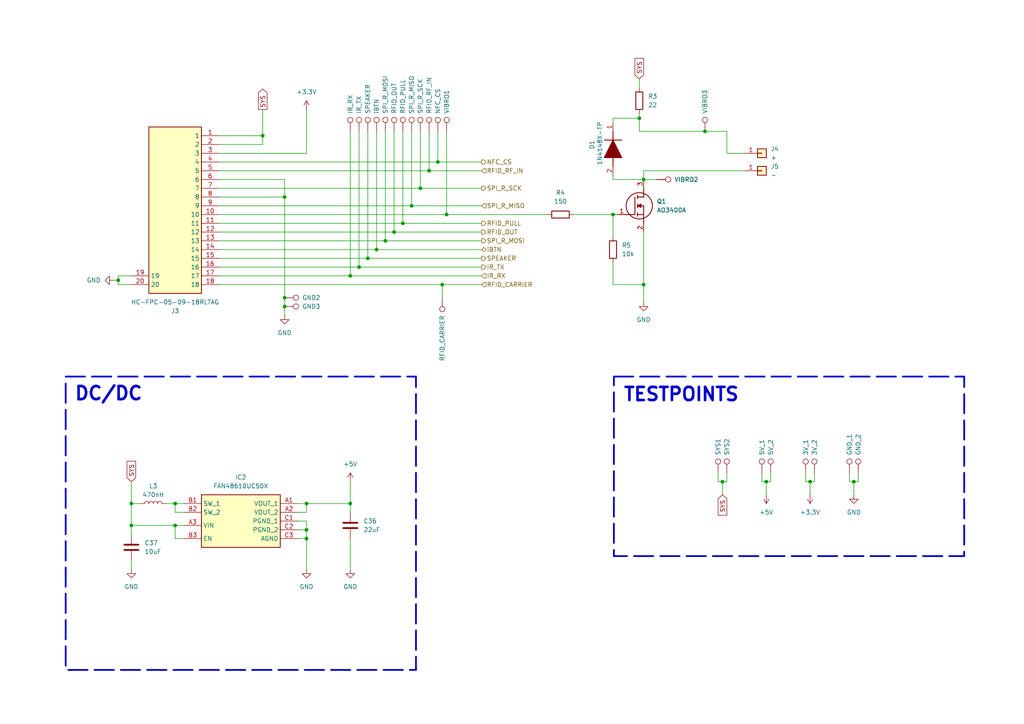
<source format=kicad_sch>
(kicad_sch (version 20231120) (generator "eeschema") (generator_version "8.0")
  (paper "A4")
  (lib_symbols
    (symbol "Connector:TestPoint" (pin_numbers hide) (pin_names (offset 0.762) hide)
      (property "Reference" "TP" (at 0 6.858 0))
      (property "Value" "TestPoint" (at 0 5.08 0))
      (symbol "TestPoint_0_1"
        (circle (center 0 3.302) (radius 0.762))
      )
      (symbol "TestPoint_1_1"
        (pin passive line (at 0 0 90) (length 2.54) (name "1") (number "1"))
      )
    )
    (symbol "Connector_Generic:Conn_01x01" (pin_names (offset 1.016) hide)
      (property "Reference" "J" (at 0 2.54 0))
      (property "Value" "Conn_01x01" (at 0 -2.54 0))
      (symbol "Conn_01x01_1_1"
        (rectangle (start -1.27 0.127) (end 0 -0.127) (stroke (width 0.1524)))
        (rectangle (start -1.27 1.27) (end 1.27 -1.27) (stroke (width 0.254)) (fill (type background)))
        (pin passive line (at -5.08 0 0) (length 3.81) (name "Pin_1") (number "1"))
      )
    )
    (symbol "Device:C" (pin_numbers hide) (pin_names (offset 0.254))
      (property "Reference" "C" (at 0.635 2.54 0))
      (property "Value" "C" (at 0.635 -2.54 0))
      (symbol "C_0_1"
        (polyline (pts (xy -2.032 -0.762) (xy 2.032 -0.762)) (stroke (width 0.508)))
        (polyline (pts (xy -2.032 0.762) (xy 2.032 0.762)) (stroke (width 0.508)))
      )
      (symbol "C_1_1"
        (pin passive line (at 0 3.81 270) (length 2.794) (name "~") (number "1"))
        (pin passive line (at 0 -3.81 90) (length 2.794) (name "~") (number "2"))
      )
    )
    (symbol "Device:L" (pin_numbers hide) (pin_names (offset 1.016) hide)
      (property "Reference" "L" (at -1.27 0 90))
      (property "Value" "L" (at 1.905 0 90))
      (symbol "L_0_1"
        (arc (start 0 -2.54) (mid 0.6323 -1.905) (end 0 -1.27))
        (arc (start 0 -1.27) (mid 0.6323 -0.635) (end 0 0))
        (arc (start 0 0) (mid 0.6323 0.635) (end 0 1.27))
        (arc (start 0 1.27) (mid 0.6323 1.905) (end 0 2.54))
      )
      (symbol "L_1_1"
        (pin passive line (at 0 3.81 270) (length 1.27) (name "1") (number "1"))
        (pin passive line (at 0 -3.81 90) (length 1.27) (name "2") (number "2"))
      )
    )
    (symbol "Device:R" (pin_numbers hide) (pin_names (offset 0))
      (property "Reference" "R" (at 2.032 0 90))
      (property "Value" "R" (at 0 0 90))
      (symbol "R_0_1"
        (rectangle (start -1.016 -2.54) (end 1.016 2.54) (stroke (width 0.254)))
      )
      (symbol "R_1_1"
        (pin passive line (at 0 3.81 270) (length 1.27) (name "~") (number "1"))
        (pin passive line (at 0 -3.81 90) (length 1.27) (name "~") (number "2"))
      )
    )
    (symbol "SamacSys_Parts:1N4148X-TP" (pin_names hide)
      (property "Reference" "D" (at 11.43 5.08 0))
      (property "Value" "1N4148X-TP" (at 11.43 2.54 0))
      (symbol "1N4148X-TP_1_1"
        (polyline (pts (xy 2.54 0) (xy 5.08 0)) (stroke (width 0.254)))
        (polyline (pts (xy 5.08 2.54) (xy 5.08 -2.54)) (stroke (width 0.254)))
        (polyline (pts (xy 10.16 0) (xy 12.7 0)) (stroke (width 0.254)))
        (polyline (pts (xy 5.08 0) (xy 10.16 2.54) (xy 10.16 -2.54) (xy 5.08 0)) (stroke (width 0.254)) (fill (type outline)))
        (pin passive line (at 0 0 0) (length 2.54) (name "K") (number "1"))
        (pin passive line (at 15.24 0 180) (length 2.54) (name "A") (number "2"))
      )
    )
    (symbol "SamacSys_Parts:AO3400A" (pin_names hide)
      (property "Reference" "Q" (at 11.43 3.81 0))
      (property "Value" "AO3400A" (at 11.43 1.27 0))
      (symbol "AO3400A_1_1"
        (polyline (pts (xy 2.54 0) (xy 5.08 0)) (stroke (width 0.254)))
        (polyline (pts (xy 5.08 5.08) (xy 5.08 0)) (stroke (width 0.254)))
        (polyline (pts (xy 5.842 -0.508) (xy 5.842 0.508)) (stroke (width 0.254)))
        (polyline (pts (xy 5.842 0) (xy 7.62 0)) (stroke (width 0.254)))
        (polyline (pts (xy 5.842 2.032) (xy 5.842 3.048)) (stroke (width 0.254)))
        (polyline (pts (xy 5.842 5.588) (xy 5.842 4.572)) (stroke (width 0.254)))
        (polyline (pts (xy 7.62 2.54) (xy 5.842 2.54)) (stroke (width 0.254)))
        (polyline (pts (xy 7.62 2.54) (xy 7.62 -2.54)) (stroke (width 0.254)))
        (polyline (pts (xy 7.62 5.08) (xy 5.842 5.08)) (stroke (width 0.254)))
        (polyline (pts (xy 7.62 5.08) (xy 7.62 7.62)) (stroke (width 0.254)))
        (polyline (pts (xy 5.842 2.54) (xy 6.858 3.048) (xy 6.858 2.032) (xy 5.842 2.54)) (stroke (width 0.254)) (fill (type outline)))
        (circle (center 6.35 2.54) (radius 3.81) (stroke (width 0.254)))
        (pin passive line (at 0 0 0) (length 2.54) (name "G") (number "1"))
        (pin passive line (at 7.62 -5.08 90) (length 2.54) (name "S") (number "2"))
        (pin passive line (at 7.62 10.16 270) (length 2.54) (name "D") (number "3"))
      )
    )
    (symbol "SamacSys_Parts:FAN48610BUC50X"
      (property "Reference" "IC2" (at 16.51 7.62 0))
      (property "Value" "FAN48610BUC50X" (at 16.51 5.08 0))
      (symbol "FAN48610BUC50X_1_1"
        (rectangle (start 5.08 -12.7) (end 27.94 2.54) (stroke (width 0.254)) (fill (type background)))
        (pin passive line (at 33.02 0 180) (length 5.08) (name "VOUT_1") (number "A1"))
        (pin passive line (at 33.02 -2.54 180) (length 5.08) (name "VOUT_2") (number "A2"))
        (pin passive line (at 0 -6.35 0) (length 5.08) (name "VIN") (number "A3"))
        (pin passive line (at 0 0 0) (length 5.08) (name "SW_1") (number "B1"))
        (pin passive line (at 0 -2.54 0) (length 5.08) (name "SW_2") (number "B2"))
        (pin passive line (at 0 -10.16 0) (length 5.08) (name "EN") (number "B3"))
        (pin passive line (at 33.02 -5.08 180) (length 5.08) (name "PGND_1") (number "C1"))
        (pin passive line (at 33.02 -7.62 180) (length 5.08) (name "PGND_2") (number "C2"))
        (pin passive line (at 33.02 -10.16 180) (length 5.08) (name "AGND") (number "C3"))
      )
    )
    (symbol "SamacSys_Parts:FH34SRJ-18S-0.5SH_50_"
      (property "Reference" "J3" (at 12.7 7.62 0))
      (property "Value" "HC-FPC-05-09-18RLTAG" (at 12.7 5.08 0))
      (symbol "FH34SRJ-18S-0.5SH_50__1_1"
        (rectangle (start 5.08 2.54) (end 20.32 -45.72) (stroke (width 0.254)) (fill (type background)))
        (pin passive line (at 25.4 -43.18 180) (length 5.08) (name "1") (number "1"))
        (pin passive line (at 25.4 -20.32 180) (length 5.08) (name "10") (number "10"))
        (pin passive line (at 25.4 -17.78 180) (length 5.08) (name "11") (number "11"))
        (pin passive line (at 25.4 -15.24 180) (length 5.08) (name "12") (number "12"))
        (pin passive line (at 25.4 -12.7 180) (length 5.08) (name "13") (number "13"))
        (pin passive line (at 25.4 -10.16 180) (length 5.08) (name "14") (number "14"))
        (pin passive line (at 25.4 -7.62 180) (length 5.08) (name "15") (number "15"))
        (pin passive line (at 25.4 -5.08 180) (length 5.08) (name "16") (number "16"))
        (pin passive line (at 25.4 -2.54 180) (length 5.08) (name "17") (number "17"))
        (pin passive line (at 25.4 0 180) (length 5.08) (name "18") (number "18"))
        (pin passive line (at 0 -2.54 0) (length 5.08) (name "19") (number "19"))
        (pin passive line (at 25.4 -40.64 180) (length 5.08) (name "2") (number "2"))
        (pin passive line (at 0 0 0) (length 5.08) (name "20") (number "20"))
        (pin passive line (at 25.4 -38.1 180) (length 5.08) (name "3") (number "3"))
        (pin passive line (at 25.4 -35.56 180) (length 5.08) (name "4") (number "4"))
        (pin passive line (at 25.4 -33.02 180) (length 5.08) (name "5") (number "5"))
        (pin passive line (at 25.4 -30.48 180) (length 5.08) (name "6") (number "6"))
        (pin passive line (at 25.4 -27.94 180) (length 5.08) (name "7") (number "7"))
        (pin passive line (at 25.4 -25.4 180) (length 5.08) (name "8") (number "8"))
        (pin passive line (at 25.4 -22.86 180) (length 5.08) (name "9") (number "9"))
      )
    )
    (symbol "power:+3.3V" (power) (pin_numbers hide) (pin_names (offset 0) hide)
      (property "Value" "+3.3V" (at 0 3.556 0))
      (symbol "+3.3V_0_1"
        (polyline (pts (xy -0.762 1.27) (xy 0 2.54)))
        (polyline (pts (xy 0 0) (xy 0 2.54)))
        (polyline (pts (xy 0 2.54) (xy 0.762 1.27)))
      )
      (symbol "+3.3V_1_1"
        (pin power_in line (at 0 0 90) (length 0) (name "~") (number "1"))
      )
    )
    (symbol "power:+5V" (power) (pin_numbers hide) (pin_names (offset 0) hide)
      (property "Value" "+5V" (at 0 3.556 0))
      (symbol "+5V_0_1"
        (polyline (pts (xy -0.762 1.27) (xy 0 2.54)))
        (polyline (pts (xy 0 0) (xy 0 2.54)))
        (polyline (pts (xy 0 2.54) (xy 0.762 1.27)))
      )
      (symbol "+5V_1_1"
        (pin power_in line (at 0 0 90) (length 0) (name "~") (number "1"))
      )
    )
    (symbol "power:GND" (power) (pin_numbers hide) (pin_names (offset 0) hide)
      (property "Value" "GND" (at 0 -3.81 0))
      (symbol "GND_0_1"
        (polyline (pts (xy 0 0) (xy 0 -1.27) (xy 1.27 -1.27) (xy 0 -2.54) (xy -1.27 -1.27) (xy 0 -1.27)))
      )
      (symbol "GND_1_1"
        (pin power_in line (at 0 0 270) (length 0) (name "~") (number "1"))
      )
    )
  )
  (junction (at 101.6 146.05))
  (junction (at 50.8 146.05))
  (junction (at 204.47 38.1))
  (junction (at 82.55 88.9))
  (junction (at 116.84 64.77))
  (junction (at 76.2 39.37))
  (junction (at 88.9 146.05))
  (junction (at 121.92 54.61))
  (junction (at 124.46 49.53))
  (junction (at 177.8 62.23))
  (junction (at 127 46.99))
  (junction (at 101.6 80.01))
  (junction (at 50.8 152.4))
  (junction (at 129.54 62.23))
  (junction (at 82.55 86.36))
  (junction (at 82.55 57.15))
  (junction (at 186.69 82.55))
  (junction (at 234.95 139.7))
  (junction (at 186.69 52.07))
  (junction (at 185.42 34.29))
  (junction (at 128.27 82.55))
  (junction (at 114.3 67.31))
  (junction (at 209.55 139.7))
  (junction (at 88.9 153.67))
  (junction (at 34.29 81.28))
  (junction (at 119.38 59.69))
  (junction (at 88.9 156.21))
  (junction (at 111.76 69.85))
  (junction (at 106.68 74.93))
  (junction (at 104.14 77.47))
  (junction (at 247.65 139.7))
  (junction (at 38.1 152.4))
  (junction (at 222.25 139.7))
  (junction (at 38.1 146.05))
  (junction (at 109.22 72.39))
  (wire (pts (xy 88.9 165.1) (xy 88.9 156.21)))
  (wire (pts (xy 106.68 38.1) (xy 106.68 74.93)))
  (wire (pts (xy 88.9 148.59) (xy 88.9 146.05)))
  (wire (pts (xy 63.5 77.47) (xy 104.14 77.47)))
  (wire (pts (xy 101.6 139.7) (xy 101.6 146.05)))
  (wire (pts (xy 63.5 39.37) (xy 76.2 39.37)))
  (wire (pts (xy 210.82 44.45) (xy 215.9 44.45)))
  (wire (pts (xy 88.9 44.45) (xy 88.9 31.75)))
  (wire (pts (xy 101.6 146.05) (xy 101.6 148.59)))
  (wire (pts (xy 63.5 52.07) (xy 82.55 52.07)))
  (wire (pts (xy 248.92 139.7) (xy 247.65 139.7)))
  (wire (pts (xy 101.6 38.1) (xy 101.6 80.01)))
  (wire (pts (xy 248.92 137.16) (xy 248.92 139.7)))
  (wire (pts (xy 116.84 38.1) (xy 116.84 64.77)))
  (wire (pts (xy 233.68 139.7) (xy 234.95 139.7)))
  (wire (pts (xy 88.9 153.67) (xy 88.9 156.21)))
  (wire (pts (xy 50.8 146.05) (xy 53.34 146.05)))
  (wire (pts (xy 233.68 137.16) (xy 233.68 139.7)))
  (wire (pts (xy 63.5 74.93) (xy 106.68 74.93)))
  (wire (pts (xy 220.98 139.7) (xy 222.25 139.7)))
  (wire (pts (xy 247.65 139.7) (xy 247.65 143.51)))
  (wire (pts (xy 185.42 22.86) (xy 185.42 25.4)))
  (wire (pts (xy 63.5 62.23) (xy 129.54 62.23)))
  (wire (pts (xy 246.38 139.7) (xy 247.65 139.7)))
  (wire (pts (xy 114.3 67.31) (xy 139.7 67.31)))
  (wire (pts (xy 114.3 38.1) (xy 114.3 67.31)))
  (wire (pts (xy 177.8 50.8) (xy 177.8 52.07)))
  (wire (pts (xy 50.8 152.4) (xy 53.34 152.4)))
  (wire (pts (xy 222.25 139.7) (xy 222.25 143.51)))
  (wire (pts (xy 124.46 49.53) (xy 139.7 49.53)))
  (wire (pts (xy 129.54 38.1) (xy 129.54 62.23)))
  (wire (pts (xy 220.98 137.16) (xy 220.98 139.7)))
  (wire (pts (xy 236.22 137.16) (xy 236.22 139.7)))
  (wire (pts (xy 119.38 38.1) (xy 119.38 59.69)))
  (wire (pts (xy 236.22 139.7) (xy 234.95 139.7)))
  (wire (pts (xy 186.69 49.53) (xy 186.69 52.07)))
  (wire (pts (xy 63.5 69.85) (xy 111.76 69.85)))
  (wire (pts (xy 177.8 76.2) (xy 177.8 82.55)))
  (wire (pts (xy 63.5 54.61) (xy 121.92 54.61)))
  (wire (pts (xy 177.8 82.55) (xy 186.69 82.55)))
  (wire (pts (xy 210.82 139.7) (xy 209.55 139.7)))
  (wire (pts (xy 177.8 62.23) (xy 179.07 62.23)))
  (wire (pts (xy 88.9 156.21) (xy 86.36 156.21)))
  (wire (pts (xy 86.36 148.59) (xy 88.9 148.59)))
  (wire (pts (xy 119.38 59.69) (xy 139.7 59.69)))
  (wire (pts (xy 106.68 74.93) (xy 139.7 74.93)))
  (wire (pts (xy 109.22 38.1) (xy 109.22 72.39)))
  (wire (pts (xy 208.28 137.16) (xy 208.28 139.7)))
  (wire (pts (xy 63.5 49.53) (xy 124.46 49.53)))
  (wire (pts (xy 128.27 82.55) (xy 139.7 82.55)))
  (wire (pts (xy 33.02 81.28) (xy 34.29 81.28)))
  (wire (pts (xy 38.1 139.7) (xy 38.1 146.05)))
  (wire (pts (xy 82.55 88.9) (xy 82.55 91.44)))
  (wire (pts (xy 128.27 82.55) (xy 128.27 86.36)))
  (wire (pts (xy 186.69 82.55) (xy 186.69 87.63)))
  (wire (pts (xy 82.55 52.07) (xy 82.55 57.15)))
  (wire (pts (xy 204.47 38.1) (xy 210.82 38.1)))
  (wire (pts (xy 116.84 64.77) (xy 139.7 64.77)))
  (wire (pts (xy 186.69 67.31) (xy 186.69 82.55)))
  (wire (pts (xy 82.55 57.15) (xy 82.55 86.36)))
  (wire (pts (xy 38.1 146.05) (xy 38.1 152.4)))
  (wire (pts (xy 215.9 49.53) (xy 186.69 49.53)))
  (wire (pts (xy 38.1 152.4) (xy 50.8 152.4)))
  (wire (pts (xy 88.9 151.13) (xy 88.9 153.67)))
  (wire (pts (xy 185.42 34.29) (xy 185.42 33.02)))
  (wire (pts (xy 63.5 64.77) (xy 116.84 64.77)))
  (wire (pts (xy 209.55 139.7) (xy 209.55 143.51)))
  (wire (pts (xy 177.8 52.07) (xy 186.69 52.07)))
  (wire (pts (xy 177.8 35.56) (xy 177.8 34.29)))
  (wire (pts (xy 53.34 156.21) (xy 50.8 156.21)))
  (wire (pts (xy 104.14 38.1) (xy 104.14 77.47)))
  (wire (pts (xy 127 38.1) (xy 127 46.99)))
  (wire (pts (xy 190.5 52.07) (xy 186.69 52.07)))
  (wire (pts (xy 34.29 80.01) (xy 38.1 80.01)))
  (wire (pts (xy 86.36 151.13) (xy 88.9 151.13)))
  (wire (pts (xy 76.2 41.91) (xy 76.2 39.37)))
  (wire (pts (xy 210.82 38.1) (xy 210.82 44.45)))
  (wire (pts (xy 111.76 69.85) (xy 139.7 69.85)))
  (wire (pts (xy 208.28 139.7) (xy 209.55 139.7)))
  (wire (pts (xy 223.52 139.7) (xy 222.25 139.7)))
  (wire (pts (xy 63.5 82.55) (xy 128.27 82.55)))
  (wire (pts (xy 88.9 146.05) (xy 101.6 146.05)))
  (wire (pts (xy 124.46 38.1) (xy 124.46 49.53)))
  (wire (pts (xy 63.5 44.45) (xy 88.9 44.45)))
  (wire (pts (xy 53.34 148.59) (xy 50.8 148.59)))
  (wire (pts (xy 109.22 72.39) (xy 139.7 72.39)))
  (wire (pts (xy 166.37 62.23) (xy 177.8 62.23)))
  (wire (pts (xy 38.1 82.55) (xy 34.29 82.55)))
  (wire (pts (xy 63.5 72.39) (xy 109.22 72.39)))
  (wire (pts (xy 129.54 62.23) (xy 158.75 62.23)))
  (wire (pts (xy 127 46.99) (xy 139.7 46.99)))
  (wire (pts (xy 210.82 137.16) (xy 210.82 139.7)))
  (wire (pts (xy 50.8 156.21) (xy 50.8 152.4)))
  (wire (pts (xy 63.5 59.69) (xy 119.38 59.69)))
  (wire (pts (xy 63.5 80.01) (xy 101.6 80.01)))
  (wire (pts (xy 86.36 153.67) (xy 88.9 153.67)))
  (wire (pts (xy 50.8 148.59) (xy 50.8 146.05)))
  (wire (pts (xy 101.6 80.01) (xy 139.7 80.01)))
  (wire (pts (xy 121.92 38.1) (xy 121.92 54.61)))
  (wire (pts (xy 101.6 156.21) (xy 101.6 165.1)))
  (wire (pts (xy 177.8 34.29) (xy 185.42 34.29)))
  (wire (pts (xy 76.2 39.37) (xy 76.2 31.75)))
  (wire (pts (xy 63.5 57.15) (xy 82.55 57.15)))
  (wire (pts (xy 34.29 81.28) (xy 34.29 82.55)))
  (wire (pts (xy 223.52 137.16) (xy 223.52 139.7)))
  (wire (pts (xy 104.14 77.47) (xy 139.7 77.47)))
  (wire (pts (xy 111.76 38.1) (xy 111.76 69.85)))
  (wire (pts (xy 38.1 152.4) (xy 38.1 154.94)))
  (wire (pts (xy 38.1 162.56) (xy 38.1 165.1)))
  (wire (pts (xy 34.29 80.01) (xy 34.29 81.28)))
  (wire (pts (xy 48.26 146.05) (xy 50.8 146.05)))
  (wire (pts (xy 185.42 38.1) (xy 204.47 38.1)))
  (wire (pts (xy 63.5 41.91) (xy 76.2 41.91)))
  (wire (pts (xy 177.8 62.23) (xy 177.8 68.58)))
  (wire (pts (xy 234.95 139.7) (xy 234.95 143.51)))
  (wire (pts (xy 246.38 137.16) (xy 246.38 139.7)))
  (wire (pts (xy 63.5 67.31) (xy 114.3 67.31)))
  (wire (pts (xy 38.1 146.05) (xy 40.64 146.05)))
  (wire (pts (xy 86.36 146.05) (xy 88.9 146.05)))
  (wire (pts (xy 63.5 46.99) (xy 127 46.99)))
  (wire (pts (xy 185.42 34.29) (xy 185.42 38.1)))
  (wire (pts (xy 121.92 54.61) (xy 139.7 54.61)))
  (wire (pts (xy 82.55 86.36) (xy 82.55 88.9)))
  (rectangle (start 178.054 109.22) (end 279.654 161.29) (stroke (width 0.508) (type dash)))
  (rectangle (start 19.05 109.22) (end 120.65 194.31) (stroke (width 0.508) (type dash)))
  (text "DC/DC" (at 31.496 114.3 0) (effects (font (size 3.81 3.81) (thickness 0.762) (bold yes))))
  (text "TESTPOINTS\n" (at 197.612 114.554 0) (effects (font (size 3.81 3.81) (thickness 0.762) (bold yes))))
  (global_label "SYS" (shape input) (at 209.55 143.51 270) (property "Intersheetrefs" "${INTERSHEET_REFS}" (effects (hide yes))))
  (global_label "SYS" (shape input) (at 185.42 22.86 90) (property "Intersheetrefs" "${INTERSHEET_REFS}" (effects (hide yes))))
  (global_label "SYS" (shape output) (at 76.2 31.75 90) (property "Intersheetrefs" "${INTERSHEET_REFS}" (effects (hide yes))))
  (global_label "SYS" (shape input) (at 38.1 139.7 90) (property "Intersheetrefs" "${INTERSHEET_REFS}" (effects (hide yes))))
  (hierarchical_label "SPEAKER" (shape output) (at 139.7 74.93 0))
  (hierarchical_label "RFID_OUT" (shape output) (at 139.7 67.31 0))
  (hierarchical_label "SPI_R_MISO" (shape input) (at 139.7 59.69 0))
  (hierarchical_label "RFID_PULL" (shape output) (at 139.7 64.77 0))
  (hierarchical_label "SPI_R_MOSI" (shape output) (at 139.7 69.85 0))
  (hierarchical_label "RFID_RF_IN" (shape input) (at 139.7 49.53 0))
  (hierarchical_label "IR_TX" (shape output) (at 139.7 77.47 0))
  (hierarchical_label "RFID_CARRIER" (shape input) (at 139.7 82.55 0))
  (hierarchical_label "IR_RX" (shape input) (at 139.7 80.01 0))
  (hierarchical_label "iBTN" (shape bidirectional) (at 139.7 72.39 0))
  (hierarchical_label "NFC_CS" (shape output) (at 139.7 46.99 0))
  (hierarchical_label "SPI_R_SCK" (shape output) (at 139.7 54.61 0))
  (symbol (lib_id "Connector:TestPoint") (at 190.5 52.07 270) (unit 1) (in_bom no)
    (property "Reference" "TP22" (effects (hide yes)))
    (property "Value" "VIBRO2" (at 195.58 52.07 90) (effects (justify left)))
    (property "Footprint" "TestPoint:TestPoint_Pad_1.0x1.0mm" (effects (hide yes)))
    (property "Description" "test point" (effects (hide yes)))
  )
  (symbol (lib_id "Connector:TestPoint") (at 208.28 137.16 0) (unit 1) (in_bom no)
    (property "Reference" "TP23" (effects (hide yes)))
    (property "Value" "SYS1" (at 208.28 132.08 90) (effects (justify left)))
    (property "Footprint" "TestPoint:TestPoint_Pad_1.0x1.0mm" (effects (hide yes)))
    (property "Description" "test point" (effects (hide yes)))
  )
  (symbol (lib_id "power:GND") (at 247.65 143.51 0) (unit 1)
    (property "Reference" "#PWR029" (effects (hide yes)))
    (property "Value" "GND" (at 247.65 148.59 0))
    (property "Description" "Power symbol creates a global label with name \"GND\" , ground" (effects (hide yes)))
  )
  (symbol (lib_id "Connector:TestPoint") (at 109.22 38.1 0) (unit 1) (in_bom no)
    (property "Reference" "TP9" (effects (hide yes)))
    (property "Value" "iBTN" (at 109.22 33.02 90) (effects (justify left)))
    (property "Footprint" "TestPoint:TestPoint_Pad_1.0x1.0mm" (effects (hide yes)))
    (property "Description" "test point" (effects (hide yes)))
  )
  (symbol (lib_id "power:+5V") (at 222.25 143.51 180) (unit 1)
    (property "Reference" "#PWR031" (effects (hide yes)))
    (property "Value" "+5V" (at 222.25 148.59 0))
    (property "Description" "Power symbol creates a global label with name \"+5V\"" (effects (hide yes)))
  )
  (symbol (lib_id "Connector:TestPoint") (at 220.98 137.16 0) (unit 1) (in_bom no)
    (property "Reference" "TP25" (effects (hide yes)))
    (property "Value" "5V_1" (at 220.98 132.08 90) (effects (justify left)))
    (property "Footprint" "TestPoint:TestPoint_Pad_1.0x1.0mm" (effects (hide yes)))
    (property "Description" "test point" (effects (hide yes)))
  )
  (symbol (lib_id "Device:C") (at 38.1 158.75 0) (unit 1)
    (property "Reference" "C37" (at 41.91 157.4799 0) (effects (justify left)))
    (property "Value" "10uF" (at 41.91 160.0199 0) (effects (justify left)))
    (property "Footprint" "Capacitor_SMD:C_0402_1005Metric" (effects (hide yes)))
    (property "Description" "Unpolarized capacitor" (effects (hide yes)))
  )
  (symbol (lib_id "SamacSys_Parts:FH34SRJ-18S-0.5SH_50_") (at 38.1 82.55 0) (mirror x) (unit 1)
    (property "Reference" "J3" (at 50.8 90.17 0))
    (property "Value" "HC-FPC-05-09-18RLTAG" (at 50.8 87.63 0))
    (property "Footprint" "Library:CONN18x1_FH34SRJ-18S-0.5SH50_HIR" (effects (hide yes)))
    (property "Datasheet" "https://componentsearchengine.com/Datasheets/2/FH34SRJ-18S-0.5SH(50).pdf" (effects (hide yes)))
    (property "Description" "FFC & FPC Connectors 18P SMT HORIZ ZIF AU 1MM HGHT .5MM PITCH" (effects (hide yes)))
    (property "Height" "1.1" (effects (hide yes)))
    (property "Mouser Part Number" "798-FH34SRJ18S05SH50" (effects (hide yes)))
    (property "Mouser Price/Stock" "https://www.mouser.co.uk/ProductDetail/Hirose-Connector/FH34SRJ-18S-0.5SH50?qs=vnk2wBG9e14baKy2cefMsg%3D%3D" (effects (hide yes)))
    (property "Manufacturer_Name" "Hirose" (effects (hide yes)))
    (property "Manufacturer_Part_Number" "FH34SRJ-18S-0.5SH(50)" (effects (hide yes)))
  )
  (symbol (lib_id "Connector:TestPoint") (at 127 38.1 0) (unit 1) (in_bom no)
    (property "Reference" "TP16" (effects (hide yes)))
    (property "Value" "NFC_CS" (at 127 33.02 90) (effects (justify left)))
    (property "Footprint" "TestPoint:TestPoint_Pad_1.0x1.0mm" (effects (hide yes)))
    (property "Description" "test point" (effects (hide yes)))
  )
  (symbol (lib_id "Connector:TestPoint") (at 121.92 38.1 0) (unit 1) (in_bom no)
    (property "Reference" "TP14" (effects (hide yes)))
    (property "Value" "SPI_R_SCK" (at 121.92 33.02 90) (effects (justify left)))
    (property "Footprint" "TestPoint:TestPoint_Pad_1.0x1.0mm" (effects (hide yes)))
    (property "Description" "test point" (effects (hide yes)))
  )
  (symbol (lib_id "Connector:TestPoint") (at 111.76 38.1 0) (unit 1) (in_bom no)
    (property "Reference" "TP10" (effects (hide yes)))
    (property "Value" "SPI_R_MOSI" (at 111.76 33.02 90) (effects (justify left)))
    (property "Footprint" "TestPoint:TestPoint_Pad_1.0x1.0mm" (effects (hide yes)))
    (property "Description" "test point" (effects (hide yes)))
  )
  (symbol (lib_id "Device:R") (at 162.56 62.23 90) (unit 1)
    (property "Reference" "R4" (at 162.56 55.88 90))
    (property "Value" "150" (at 162.56 58.42 90))
    (property "Footprint" "Resistor_SMD:R_0402_1005Metric" (effects (hide yes)))
    (property "Description" "Resistor" (effects (hide yes)))
  )
  (symbol (lib_id "Connector:TestPoint") (at 101.6 38.1 0) (unit 1) (in_bom no)
    (property "Reference" "TP6" (effects (hide yes)))
    (property "Value" "IR_RX" (at 101.6 33.02 90) (effects (justify left)))
    (property "Footprint" "TestPoint:TestPoint_Pad_1.0x1.0mm" (effects (hide yes)))
    (property "Description" "test point" (effects (hide yes)))
  )
  (symbol (lib_id "Connector:TestPoint") (at 106.68 38.1 0) (unit 1) (in_bom no)
    (property "Reference" "TP8" (effects (hide yes)))
    (property "Value" "SPEAKER" (at 106.68 33.02 90) (effects (justify left)))
    (property "Footprint" "TestPoint:TestPoint_Pad_1.0x1.0mm" (effects (hide yes)))
    (property "Description" "test point" (effects (hide yes)))
  )
  (symbol (lib_id "SamacSys_Parts:1N4148X-TP") (at 177.8 35.56 270) (unit 1)
    (property "Reference" "D1" (at 171.704 40.64 0) (effects (justify left)))
    (property "Value" "1N4148X-TP" (at 173.9901 35.306 0) (effects (justify left)))
    (property "Footprint" "SamacSys_Parts:SODFL1608X70N" (effects (hide yes)))
    (property "Datasheet" "https://mccsemi.com/pdf/Products/1N4148X(SOD-523).pdf" (effects (hide yes)))
    (property "Description" "Switching Diodes" (effects (hide yes)))
    (property "Height" "0.7" (effects (hide yes)))
    (property "Mouser Part Number" "833-1N4148X-TP" (effects (hide yes)))
    (property "Mouser Price/Stock" "https://www.mouser.co.uk/ProductDetail/Micro-Commercial-Components-MCC/1N4148X-TP?qs=tLCslZ4kg7fS63X1onb0Jw%3D%3D" (effects (hide yes)))
    (property "Manufacturer_Name" "MCC" (effects (hide yes)))
    (property "Manufacturer_Part_Number" "1N4148X-TP" (effects (hide yes)))
  )
  (symbol (lib_id "Device:R") (at 185.42 29.21 0) (unit 1)
    (property "Reference" "R3" (at 187.96 27.9399 0) (effects (justify left)))
    (property "Value" "22" (at 187.96 30.4799 0) (effects (justify left)))
    (property "Footprint" "Resistor_SMD:R_0402_1005Metric" (effects (hide yes)))
    (property "Description" "Resistor" (effects (hide yes)))
  )
  (symbol (lib_id "Connector:TestPoint") (at 223.52 137.16 0) (unit 1) (in_bom no)
    (property "Reference" "TP26" (effects (hide yes)))
    (property "Value" "5V_2" (at 223.52 132.08 90) (effects (justify left)))
    (property "Footprint" "TestPoint:TestPoint_Pad_1.0x1.0mm" (effects (hide yes)))
    (property "Description" "test point" (effects (hide yes)))
  )
  (symbol (lib_id "Connector:TestPoint") (at 248.92 137.16 0) (unit 1) (in_bom no)
    (property "Reference" "TP30" (effects (hide yes)))
    (property "Value" "GND_2" (at 248.92 132.08 90) (effects (justify left)))
    (property "Footprint" "TestPoint:TestPoint_Pad_1.0x1.0mm" (effects (hide yes)))
    (property "Description" "test point" (effects (hide yes)))
  )
  (symbol (lib_id "Connector:TestPoint") (at 114.3 38.1 0) (unit 1) (in_bom no)
    (property "Reference" "TP11" (effects (hide yes)))
    (property "Value" "RFID_OUT" (at 114.3 33.02 90) (effects (justify left)))
    (property "Footprint" "TestPoint:TestPoint_Pad_1.0x1.0mm" (effects (hide yes)))
    (property "Description" "test point" (effects (hide yes)))
  )
  (symbol (lib_id "Connector:TestPoint") (at 246.38 137.16 0) (unit 1) (in_bom no)
    (property "Reference" "TP29" (effects (hide yes)))
    (property "Value" "GND_1" (at 246.38 132.08 90) (effects (justify left)))
    (property "Footprint" "TestPoint:TestPoint_Pad_1.0x1.0mm" (effects (hide yes)))
    (property "Description" "test point" (effects (hide yes)))
  )
  (symbol (lib_id "Connector:TestPoint") (at 129.54 38.1 0) (unit 1) (in_bom no)
    (property "Reference" "TP17" (effects (hide yes)))
    (property "Value" "VIBRO1" (at 129.54 33.02 90) (effects (justify left)))
    (property "Footprint" "TestPoint:TestPoint_Pad_1.0x1.0mm" (effects (hide yes)))
    (property "Description" "test point" (effects (hide yes)))
  )
  (symbol (lib_id "power:GND") (at 186.69 87.63 0) (unit 1)
    (property "Reference" "#PWR024" (effects (hide yes)))
    (property "Value" "GND" (at 186.69 92.71 0))
    (property "Description" "Power symbol creates a global label with name \"GND\" , ground" (effects (hide yes)))
  )
  (symbol (lib_id "power:+3.3V") (at 88.9 31.75 0) (unit 1)
    (property "Reference" "#PWR022" (effects (hide yes)))
    (property "Value" "+3.3V" (at 88.9 26.67 0))
    (property "Description" "Power symbol creates a global label with name \"+3.3V\"" (effects (hide yes)))
  )
  (symbol (lib_id "Device:L") (at 44.45 146.05 90) (unit 1)
    (property "Reference" "L3" (at 44.45 140.97 90))
    (property "Value" "470nH" (at 44.45 143.51 90))
    (property "Footprint" "Inductor_SMD:L_Murata_DFE201610P" (effects (hide yes)))
    (property "Description" "Inductor" (effects (hide yes)))
  )
  (symbol (lib_id "Connector_Generic:Conn_01x01") (at 220.98 49.53 0) (unit 1) (in_bom no)
    (property "Reference" "J5" (at 223.52 48.2599 0) (effects (justify left)))
    (property "Value" "-" (at 223.52 50.7999 0) (effects (justify left)))
    (property "Footprint" "Library:TestPoint_Pad_3.0x2.0mm_round_corner_no_silkscreen" (effects (hide yes)))
    (property "Description" "Generic connector, single row, 01x01, script generated (kicad-library-utils/schlib/autogen/connector/)" (effects (hide yes)))
  )
  (symbol (lib_id "SamacSys_Parts:AO3400A") (at 179.07 62.23 0) (unit 1)
    (property "Reference" "Q1" (at 190.5 58.4199 0) (effects (justify left)))
    (property "Value" "AO3400A" (at 190.5 60.9599 0) (effects (justify left)))
    (property "Footprint" "SamacSys_Parts:SOT95P280X125-3N" (effects (hide yes)))
    (property "Datasheet" "http://aosmd.com/res/data_sheets/AO3400A.pdf" (effects (hide yes)))
    (property "Description" "30V N-Channel MOSFET" (effects (hide yes)))
    (property "Height" "1.25" (effects (hide yes)))
    (property "Manufacturer_Name" "Alpha & Omega Semiconductors" (effects (hide yes)))
    (property "Manufacturer_Part_Number" "AO3400A" (effects (hide yes)))
  )
  (symbol (lib_id "Connector:TestPoint") (at 204.47 38.1 0) (unit 1) (in_bom no)
    (property "Reference" "TP21" (effects (hide yes)))
    (property "Value" "VIBRO3" (at 204.47 33.02 90) (effects (justify left)))
    (property "Footprint" "TestPoint:TestPoint_Pad_1.0x1.0mm" (effects (hide yes)))
    (property "Description" "test point" (effects (hide yes)))
  )
  (symbol (lib_id "SamacSys_Parts:FAN48610BUC50X") (at 53.34 146.05 0) (unit 1)
    (property "Reference" "IC2" (at 69.85 138.43 0))
    (property "Value" "FAN48610UC50X" (at 69.85 140.97 0))
    (property "Footprint" "SamacSys_Parts:BGA9C40P3X3_122X122X62" (effects (hide yes)))
    (property "Datasheet" "https://datasheet.datasheetarchive.com/originals/distributors/Datasheets_SAMA/df3e85b90ab3bcbb613a20fbddbf2a27.pdf" (effects (hide yes)))
    (property "Description" "Fairchild Semiconductor FAN48610BUC50X, Boost Converter, Synchronous Boost Regulator 1000mA Maximum of 5 V, 3 MHz" (effects (hide yes)))
    (property "Height" "0.619" (effects (hide yes)))
    (property "Mouser Part Number" "512-FAN48610BUC50X" (effects (hide yes)))
    (property "Mouser Price/Stock" "https://www.mouser.co.uk/ProductDetail/onsemi-Fairchild/FAN48610BUC50X?qs=3SGS%2FGl3GGxq8QpgJZs7Nw%3D%3D" (effects (hide yes)))
    (property "Manufacturer_Name" "onsemi" (effects (hide yes)))
    (property "Manufacturer_Part_Number" "FAN48610BUC50X" (effects (hide yes)))
  )
  (symbol (lib_id "power:+3.3V") (at 234.95 143.51 180) (unit 1)
    (property "Reference" "#PWR030" (effects (hide yes)))
    (property "Value" "+3.3V" (at 234.95 148.59 0))
    (property "Description" "Power symbol creates a global label with name \"+3.3V\"" (effects (hide yes)))
  )
  (symbol (lib_id "Connector_Generic:Conn_01x01") (at 220.98 44.45 0) (unit 1) (in_bom no)
    (property "Reference" "J4" (at 223.52 43.1799 0) (effects (justify left)))
    (property "Value" "+" (at 223.52 45.7199 0) (effects (justify left)))
    (property "Footprint" "Library:TestPoint_Pad_3.0x2.0mm_round_corner_no_silkscreen" (effects (hide yes)))
    (property "Description" "Generic connector, single row, 01x01, script generated (kicad-library-utils/schlib/autogen/connector/)" (effects (hide yes)))
  )
  (symbol (lib_id "Connector:TestPoint") (at 233.68 137.16 0) (unit 1) (in_bom no)
    (property "Reference" "TP27" (effects (hide yes)))
    (property "Value" "3V_1" (at 233.68 132.08 90) (effects (justify left)))
    (property "Footprint" "TestPoint:TestPoint_Pad_1.0x1.0mm" (effects (hide yes)))
    (property "Description" "test point" (effects (hide yes)))
  )
  (symbol (lib_id "Connector:TestPoint") (at 82.55 88.9 270) (unit 1) (in_bom no)
    (property "Reference" "TP20" (effects (hide yes)))
    (property "Value" "GND3" (at 87.63 88.9 90) (effects (justify left)))
    (property "Footprint" "TestPoint:TestPoint_Pad_1.0x1.0mm" (effects (hide yes)))
    (property "Description" "test point" (effects (hide yes)))
  )
  (symbol (lib_id "Connector:TestPoint") (at 119.38 38.1 0) (unit 1) (in_bom no)
    (property "Reference" "TP13" (effects (hide yes)))
    (property "Value" "SPI_R_MISO" (at 119.38 33.02 90) (effects (justify left)))
    (property "Footprint" "TestPoint:TestPoint_Pad_1.0x1.0mm" (effects (hide yes)))
    (property "Description" "test point" (effects (hide yes)))
  )
  (symbol (lib_id "Connector:TestPoint") (at 104.14 38.1 0) (unit 1) (in_bom no)
    (property "Reference" "TP7" (effects (hide yes)))
    (property "Value" "IR_TX" (at 104.14 33.02 90) (effects (justify left)))
    (property "Footprint" "TestPoint:TestPoint_Pad_1.0x1.0mm" (effects (hide yes)))
    (property "Description" "test point" (effects (hide yes)))
  )
  (symbol (lib_id "power:GND") (at 101.6 165.1 0) (unit 1)
    (property "Reference" "#PWR027" (effects (hide yes)))
    (property "Value" "GND" (at 101.6 170.18 0))
    (property "Description" "Power symbol creates a global label with name \"GND\" , ground" (effects (hide yes)))
  )
  (symbol (lib_id "Connector:TestPoint") (at 128.27 86.36 180) (unit 1) (in_bom no)
    (property "Reference" "TP18" (effects (hide yes)))
    (property "Value" "RFID_CARRIER" (at 128.27 91.44 90) (effects (justify left)))
    (property "Footprint" "TestPoint:TestPoint_Pad_1.0x1.0mm" (effects (hide yes)))
    (property "Description" "test point" (effects (hide yes)))
  )
  (symbol (lib_id "Connector:TestPoint") (at 116.84 38.1 0) (unit 1) (in_bom no)
    (property "Reference" "TP12" (effects (hide yes)))
    (property "Value" "RFID_PULL" (at 116.84 33.02 90) (effects (justify left)))
    (property "Footprint" "TestPoint:TestPoint_Pad_1.0x1.0mm" (effects (hide yes)))
    (property "Description" "test point" (effects (hide yes)))
  )
  (symbol (lib_id "Connector:TestPoint") (at 124.46 38.1 0) (unit 1) (in_bom no)
    (property "Reference" "TP15" (effects (hide yes)))
    (property "Value" "RFID_RF_IN" (at 124.46 33.02 90) (effects (justify left)))
    (property "Footprint" "TestPoint:TestPoint_Pad_1.0x1.0mm" (effects (hide yes)))
    (property "Description" "test point" (effects (hide yes)))
  )
  (symbol (lib_id "Device:C") (at 101.6 152.4 0) (unit 1)
    (property "Reference" "C36" (at 105.41 151.1299 0) (effects (justify left)))
    (property "Value" "22uF" (at 105.41 153.6699 0) (effects (justify left)))
    (property "Footprint" "Capacitor_SMD:C_0402_1005Metric" (effects (hide yes)))
    (property "Description" "Unpolarized capacitor" (effects (hide yes)))
  )
  (symbol (lib_id "power:GND") (at 88.9 165.1 0) (unit 1)
    (property "Reference" "#PWR026" (effects (hide yes)))
    (property "Value" "GND" (at 88.9 170.18 0))
    (property "Description" "Power symbol creates a global label with name \"GND\" , ground" (effects (hide yes)))
  )
  (symbol (lib_id "power:GND") (at 33.02 81.28 270) (unit 1)
    (property "Reference" "#PWR021" (effects (hide yes)))
    (property "Value" "GND" (at 29.21 81.2799 90) (effects (justify right)))
    (property "Description" "Power symbol creates a global label with name \"GND\" , ground" (effects (hide yes)))
  )
  (symbol (lib_id "power:+5V") (at 101.6 139.7 0) (unit 1)
    (property "Reference" "#PWR028" (effects (hide yes)))
    (property "Value" "+5V" (at 101.6 134.62 0))
    (property "Description" "Power symbol creates a global label with name \"+5V\"" (effects (hide yes)))
  )
  (symbol (lib_id "power:GND") (at 82.55 91.44 0) (unit 1)
    (property "Reference" "#PWR023" (effects (hide yes)))
    (property "Value" "GND" (at 82.55 96.52 0))
    (property "Description" "Power symbol creates a global label with name \"GND\" , ground" (effects (hide yes)))
  )
  (symbol (lib_id "Connector:TestPoint") (at 236.22 137.16 0) (unit 1) (in_bom no)
    (property "Reference" "TP28" (effects (hide yes)))
    (property "Value" "3V_2" (at 236.22 132.08 90) (effects (justify left)))
    (property "Footprint" "TestPoint:TestPoint_Pad_1.0x1.0mm" (effects (hide yes)))
    (property "Description" "test point" (effects (hide yes)))
  )
  (symbol (lib_id "power:GND") (at 38.1 165.1 0) (unit 1)
    (property "Reference" "#PWR025" (effects (hide yes)))
    (property "Value" "GND" (at 38.1 170.18 0))
    (property "Description" "Power symbol creates a global label with name \"GND\" , ground" (effects (hide yes)))
  )
  (symbol (lib_id "Device:R") (at 177.8 72.39 0) (unit 1)
    (property "Reference" "R5" (at 180.34 71.1199 0) (effects (justify left)))
    (property "Value" "10k" (at 180.34 73.6599 0) (effects (justify left)))
    (property "Footprint" "Resistor_SMD:R_0402_1005Metric" (effects (hide yes)))
    (property "Description" "Resistor" (effects (hide yes)))
  )
  (symbol (lib_id "Connector:TestPoint") (at 210.82 137.16 0) (unit 1) (in_bom no)
    (property "Reference" "TP24" (effects (hide yes)))
    (property "Value" "SYS2" (at 210.82 132.08 90) (effects (justify left)))
    (property "Footprint" "TestPoint:TestPoint_Pad_1.0x1.0mm" (effects (hide yes)))
    (property "Description" "test point" (effects (hide yes)))
  )
  (symbol (lib_id "Connector:TestPoint") (at 82.55 86.36 270) (unit 1) (in_bom no)
    (property "Reference" "TP19" (effects (hide yes)))
    (property "Value" "GND2" (at 87.63 86.36 90) (effects (justify left)))
    (property "Footprint" "TestPoint:TestPoint_Pad_1.0x1.0mm" (effects (hide yes)))
    (property "Description" "test point" (effects (hide yes)))
  )
)
</source>
